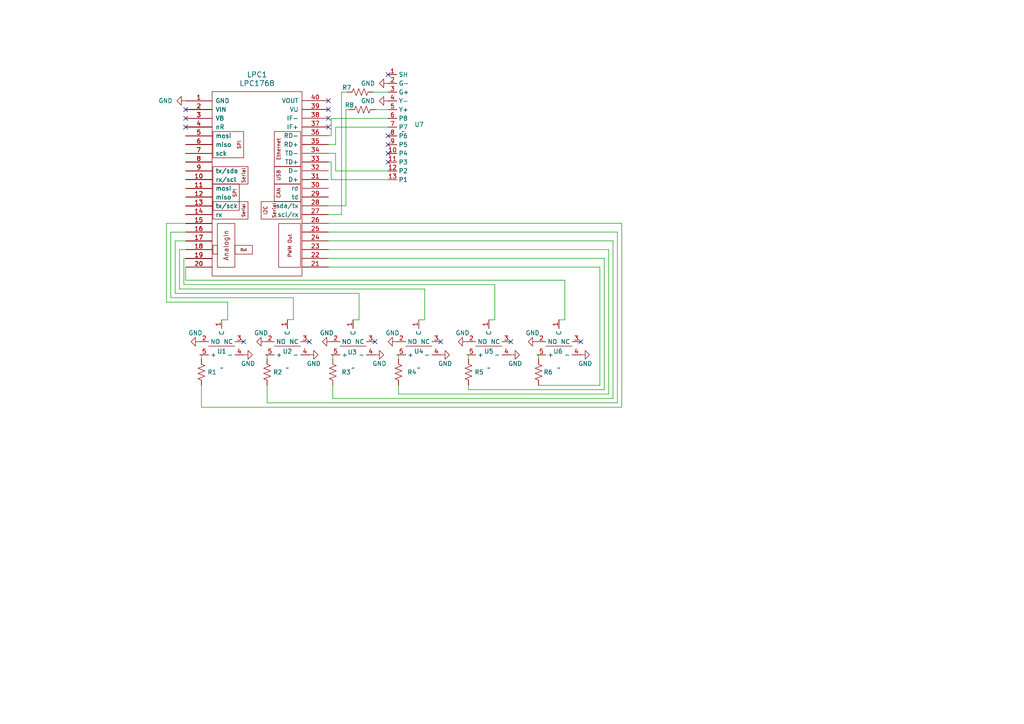
<source format=kicad_sch>
(kicad_sch (version 20231120) (generator "eeschema") (generator_version "8.0")
  (paper "A4")
  (title_block (title "4180 Final Project") (date "2024-04-07") (rev "1.0") (company "Georgia Institute of Technology") (comment 1 "William Vaught") (comment 2 "Keenan Matelski"))
  (lib_symbols
    (symbol "Device:R_US" (pin_numbers hide) (pin_names (offset 0))
      (property "Reference" "R" (at 2.54 0 90))
      (property "Value" "R_US" (at -2.54 0 90))
      (symbol "R_US_0_1"
        (polyline (pts (xy 0 -2.286) (xy 0 -2.54)))
        (polyline (pts (xy 0 2.286) (xy 0 2.54)))
        (polyline (pts (xy 0 -0.762) (xy 1.016 -1.143) (xy 0 -1.524) (xy -1.016 -1.905) (xy 0 -2.286)))
        (polyline (pts (xy 0 0.762) (xy 1.016 0.381) (xy 0 0) (xy -1.016 -0.381) (xy 0 -0.762)))
        (polyline (pts (xy 0 2.286) (xy 1.016 1.905) (xy 0 1.524) (xy -1.016 1.143) (xy 0 0.762)))
      )
      (symbol "R_US_1_1"
        (pin passive line (at 0 3.81 270) (length 1.27) (name "~") (number "1"))
        (pin passive line (at 0 -3.81 90) (length 1.27) (name "~") (number "2"))
      )
    )
    (symbol "Symbols:Ethernet"
      (property "Reference" "U" (at 0 0 0))
      (symbol "Ethernet_1_1"
        (pin input line (at -15.24 -7.62 90) (length 2.54) (name "SH") (number "1"))
        (pin input line (at 7.62 -7.62 90) (length 2.54) (name "P4") (number "10"))
        (pin input line (at 10.16 -7.62 90) (length 2.54) (name "P3") (number "11"))
        (pin input line (at 12.7 -7.62 90) (length 2.54) (name "P2") (number "12"))
        (pin input line (at 15.24 -7.62 90) (length 2.54) (name "P1") (number "13"))
        (pin input line (at -12.7 -7.62 90) (length 2.54) (name "G-") (number "2"))
        (pin input line (at -10.16 -7.62 90) (length 2.54) (name "G+") (number "3"))
        (pin input line (at -7.62 -7.62 90) (length 2.54) (name "Y-") (number "4"))
        (pin input line (at -5.08 -7.62 90) (length 2.54) (name "Y+") (number "5"))
        (pin input line (at -2.54 -7.62 90) (length 2.54) (name "P8") (number "6"))
        (pin input line (at 0 -7.62 90) (length 2.54) (name "P7") (number "7"))
        (pin input line (at 2.54 -7.62 90) (length 2.54) (name "P6") (number "8"))
        (pin input line (at 5.08 -7.62 90) (length 2.54) (name "P5") (number "9"))
      )
    )
    (symbol "Symbols:LED_Switch"
      (property "Reference" "U" (at 3.81 -3.81 0))
      (symbol "LED_Switch_0_1"
        (polyline (pts (xy 2.54 0) (xy 2.54 -7.62)))
      )
      (symbol "LED_Switch_1_1"
        (pin input line (at -5.08 -3.81 0) (length 2.54) (name "C") (number "1"))
        (pin output line (at 1.27 -10.16 90) (length 2.54) (name "NO") (number "2"))
        (pin output line (at 1.27 2.54 270) (length 2.54) (name "NC") (number "3"))
        (pin output line (at 5.08 2.54 270) (length 2.54) (name "-") (number "4"))
        (pin input line (at 5.08 -10.16 90) (length 2.54) (name "+") (number "5"))
      )
    )
    (symbol "mbed:LPC1768" (pin_names (offset 1.016))
      (property "Reference" "LPC1768" (at 0.4572 -28.9052 0))
      (property "Value" "LPC1768" (at -0.3048 83.0072 0))
      (symbol "LPC1768_0_0"
        (rectangle (start -12.7 -5.08) (end -2.54 -10.16))
        (rectangle (start -12.7 0) (end -5.08 -7.62))
        (rectangle (start -12.7 5.08) (end -2.54 0))
        (rectangle (start -12.7 15.24) (end -3.81 7.62))
        (rectangle (start -11.43 -17.78) (end -12.7 -20.32))
        (rectangle (start -11.43 -11.43) (end -6.35 -24.13))
        (rectangle (start -6.35 -17.78) (end -1.27 -20.32))
        (rectangle (start 12.7 -11.43) (end 6.35 -24.13))
        (rectangle (start 12.7 -5.08) (end 1.27 -10.16))
        (rectangle (start 12.7 0) (end 5.08 -5.08))
        (text "AnalogIn" (at -8.89 -17.78 900) (effects (font (size 1.3716 1.3716))))
        (text "CAN" (at 6.35 -2.54 900) (effects (font (size 1.016 1.016))))
        (text "Ethernet" (at 6.35 10.16 900) (effects (font (size 1.016 1.016))))
        (text "I2C" (at 2.54 -7.62 900) (effects (font (size 1.016 1.016))))
        (text "Out" (at -3.81 -19.05 0) (effects (font (size 0.7112 0.7112))))
        (text "PWM Out" (at 9.6012 -17.8816 900) (effects (font (size 1.016 1.016))))
        (text "Serial" (at -3.81 -7.62 900) (effects (font (size 0.889 0.889))))
        (text "Serial" (at -3.81 2.54 900) (effects (font (size 1.016 1.016))))
        (text "Serial" (at 5.08 -7.62 900) (effects (font (size 1.016 1.016))))
        (text "SPI" (at -6.35 -2.54 900) (effects (font (size 1.016 1.016))))
        (text "SPI" (at -5.08 11.43 900) (effects (font (size 1.016 1.016))))
        (text "USB" (at 6.35 2.54 900) (effects (font (size 1.016 1.016))))
      )
      (symbol "LPC1768_0_1"
        (rectangle (start -12.954 26.8224) (end 13.1064 -26.67))
        (rectangle (start 12.7 5.08) (end 5.08 0))
        (rectangle (start 12.7 15.24) (end 5.08 5.08))
      )
      (symbol "LPC1768_1_1"
        (pin power_out line (at -20.6248 24.1554 0) (length 7.62) (name "GND") (number "1"))
        (pin power_out line (at -20.6248 24.1554 0) (length 7.62) (name "GND") (number "1"))
        (pin input line (at -20.6248 1.2954 0) (length 7.62) (name "rx/scl") (number "10"))
        (pin input line (at -20.6248 1.2954 0) (length 7.62) (name "rx/scl") (number "10"))
        (pin output line (at -20.6248 -1.2446 0) (length 7.62) (name "mosi") (number "11"))
        (pin output line (at -20.6248 -1.2446 0) (length 7.62) (name "mosi") (number "11"))
        (pin input line (at -20.6248 -3.7846 0) (length 7.62) (name "miso") (number "12"))
        (pin input line (at -20.6248 -3.7846 0) (length 7.62) (name "miso") (number "12"))
        (pin output line (at -20.6248 -6.3246 0) (length 7.62) (name "tx/sck") (number "13"))
        (pin output line (at -20.6248 -6.3246 0) (length 7.62) (name "tx/sck") (number "13"))
        (pin input line (at -20.6248 -8.8646 0) (length 7.62) (name "rx") (number "14"))
        (pin input line (at -20.6248 -8.8646 0) (length 7.62) (name "rx") (number "14"))
        (pin input line (at -20.6248 -11.4046 0) (length 7.62) (name "~") (number "15"))
        (pin input line (at -20.6248 -11.4046 0) (length 7.62) (name "~") (number "15"))
        (pin input line (at -20.6248 -13.9446 0) (length 7.62) (name "~") (number "16"))
        (pin input line (at -20.6248 -13.9446 0) (length 7.62) (name "~") (number "16"))
        (pin input line (at -20.6248 -16.4846 0) (length 7.62) (name "~") (number "17"))
        (pin input line (at -20.6248 -16.4846 0) (length 7.62) (name "~") (number "17"))
        (pin input line (at -20.6248 -19.0246 0) (length 7.62) (name "~") (number "18"))
        (pin input line (at -20.6248 -19.0246 0) (length 7.62) (name "~") (number "18"))
        (pin input line (at -20.6248 -21.5646 0) (length 7.62) (name "~") (number "19"))
        (pin input line (at -20.6248 -21.5646 0) (length 7.62) (name "~") (number "19"))
        (pin power_in line (at -20.6248 21.6154 0) (length 7.62) (name "VIN") (number "2"))
        (pin power_in line (at -20.6248 21.6154 0) (length 7.62) (name "VIN") (number "2"))
        (pin input line (at -20.6248 -24.1046 0) (length 7.62) (name "~") (number "20"))
        (pin input line (at -20.6248 -24.1046 0) (length 7.62) (name "~") (number "20"))
        (pin output line (at 20.7772 -24.0792 180) (length 7.62) (name "~") (number "21"))
        (pin output line (at 20.7772 -21.5392 180) (length 7.62) (name "~") (number "22"))
        (pin output line (at 20.7772 -18.9992 180) (length 7.62) (name "~") (number "23"))
        (pin output line (at 20.7772 -16.4592 180) (length 7.62) (name "~") (number "24"))
        (pin output line (at 20.7772 -13.9192 180) (length 7.62) (name "~") (number "25"))
        (pin output line (at 20.7772 -11.3792 180) (length 7.62) (name "~") (number "26"))
        (pin input line (at 20.7772 -8.8392 180) (length 7.62) (name "scl/rx") (number "27"))
        (pin output line (at 20.7772 -6.2992 180) (length 7.62) (name "sda/tx") (number "28"))
        (pin output line (at 20.7772 -3.7592 180) (length 7.62) (name "td") (number "29"))
        (pin power_out line (at -20.6248 19.0754 0) (length 7.62) (name "VB") (number "3"))
        (pin power_out line (at -20.6248 19.0754 0) (length 7.62) (name "VB") (number "3"))
        (pin input line (at 20.7772 -1.2192 180) (length 7.62) (name "rd") (number "30"))
        (pin bidirectional line (at 20.7772 1.3208 180) (length 7.62) (name "D+") (number "31"))
        (pin bidirectional line (at 20.7772 3.8608 180) (length 7.62) (name "D-") (number "32"))
        (pin power_out line (at 20.7772 6.4008 180) (length 7.62) (name "TD+") (number "33"))
        (pin bidirectional line (at 20.7772 8.9408 180) (length 7.62) (name "TD-") (number "34"))
        (pin bidirectional line (at 20.7772 11.4808 180) (length 7.62) (name "RD+") (number "35"))
        (pin output line (at 20.7772 14.0208 180) (length 7.62) (name "RD-") (number "36"))
        (pin power_out line (at 20.7772 16.5608 180) (length 7.62) (name "IF+") (number "37"))
        (pin power_out line (at 20.7772 19.1008 180) (length 7.62) (name "IF-") (number "38"))
        (pin power_out line (at 20.7772 21.6408 180) (length 7.62) (name "VU") (number "39"))
        (pin input line (at -20.6248 16.5354 0) (length 7.62) (name "nR") (number "4"))
        (pin input line (at -20.6248 16.5354 0) (length 7.62) (name "nR") (number "4"))
        (pin power_out line (at 20.7772 24.1808 180) (length 7.62) (name "VOUT") (number "40"))
        (pin bidirectional line (at -20.6248 13.9954 0) (length 7.62) (name "mosi") (number "5"))
        (pin bidirectional line (at -20.6248 13.9954 0) (length 7.62) (name "mosi") (number "5"))
        (pin bidirectional line (at -20.6248 11.4554 0) (length 7.62) (name "miso") (number "6"))
        (pin bidirectional line (at -20.6248 11.4554 0) (length 7.62) (name "miso") (number "6"))
        (pin bidirectional line (at -20.6248 8.9154 0) (length 7.62) (name "sck") (number "7"))
        (pin bidirectional line (at -20.6248 8.9154 0) (length 7.62) (name "sck") (number "7"))
        (pin bidirectional line (at -20.6248 6.3754 0) (length 7.62) (name "~") (number "8"))
        (pin bidirectional line (at -20.6248 6.3754 0) (length 7.62) (name "~") (number "8"))
        (pin output line (at -20.6248 3.8354 0) (length 7.62) (name "tx/sda") (number "9"))
        (pin output line (at -20.6248 3.8354 0) (length 7.62) (name "tx/sda") (number "9"))
      )
    )
    (symbol "power:GND" (power) (pin_numbers hide) (pin_names (offset 0) hide)
      (property "Value" "GND" (at 0 -3.81 0))
      (symbol "GND_0_1"
        (polyline (pts (xy 0 0) (xy 0 -1.27) (xy 1.27 -1.27) (xy 0 -2.54) (xy -1.27 -1.27) (xy 0 -1.27)))
      )
      (symbol "GND_1_1"
        (pin power_in line (at 0 0 270) (length 0) (name "~") (number "1"))
      )
    )
  )
  (no_connect (at 53.848 36.8554))
  (no_connect (at 95.25 29.21))
  (no_connect (at 127.8128 99.1108))
  (no_connect (at 70.6628 99.1108))
  (no_connect (at 112.5728 47.0408))
  (no_connect (at 53.848 31.7754))
  (no_connect (at 112.5728 44.5008))
  (no_connect (at 108.7628 99.1108))
  (no_connect (at 112.5728 41.9608))
  (no_connect (at 168.4528 99.1108))
  (no_connect (at 112.5728 39.4208))
  (no_connect (at 112.5728 21.6408))
  (no_connect (at 95.25 31.75))
  (no_connect (at 89.7128 99.1108))
  (no_connect (at 95.25 34.29))
  (no_connect (at 53.848 34.3154))
  (no_connect (at 95.25 36.83))
  (no_connect (at 148.1328 99.1108))
  (wire (pts (xy 156.21 111.76) (xy 173.99 111.76)))
  (wire (pts (xy 135.89 113.03) (xy 175.26 113.03)))
  (wire (pts (xy 115.57 102.9208) (xy 115.1128 102.9208)))
  (wire (pts (xy 143.51 92.7608) (xy 143.51 82.55)))
  (wire (pts (xy 104.14 92.7608) (xy 104.14 85.09)))
  (wire (pts (xy 95.25 62.23) (xy 99.06 62.23)))
  (wire (pts (xy 176.53 72.39) (xy 95.25 72.39)))
  (wire (pts (xy 177.8 69.85) (xy 95.25 69.85)))
  (wire (pts (xy 180.34 118.11) (xy 180.34 64.77)))
  (wire (pts (xy 101.281 31.8008) (xy 100.33 31.8008)))
  (wire (pts (xy 52.07 83.82) (xy 52.07 72.4154)))
  (wire (pts (xy 52.07 72.4154) (xy 53.848 72.4154)))
  (wire (pts (xy 121.4628 92.7608) (xy 123.19 92.7608)))
  (wire (pts (xy 112.5728 31.8008) (xy 108.901 31.8008)))
  (wire (pts (xy 143.51 82.55) (xy 53.34 82.55)))
  (wire (pts (xy 175.26 74.93) (xy 95.25 74.93)))
  (wire (pts (xy 176.53 114.3) (xy 176.53 72.39)))
  (wire (pts (xy 49.53 86.36) (xy 49.53 67.3354)))
  (wire (pts (xy 96.0628 52.1208) (xy 96.0628 46.99)))
  (wire (pts (xy 97.3328 49.5808) (xy 97.3328 44.45)))
  (wire (pts (xy 53.34 74.9554) (xy 53.848 74.9554)))
  (wire (pts (xy 175.26 113.03) (xy 175.26 74.93)))
  (wire (pts (xy 100.33 31.8008) (xy 100.33 59.69)))
  (wire (pts (xy 95.25 59.69) (xy 100.33 59.69)))
  (wire (pts (xy 96.52 115.57) (xy 177.8 115.57)))
  (wire (pts (xy 123.19 83.82) (xy 52.07 83.82)))
  (wire (pts (xy 66.04 92.7608) (xy 66.04 87.63)))
  (wire (pts (xy 85.09 86.36) (xy 49.53 86.36)))
  (wire (pts (xy 156.21 102.9208) (xy 155.7528 102.9208)))
  (wire (pts (xy 162.1028 92.7608) (xy 163.83 92.7608)))
  (wire (pts (xy 102.4128 92.7608) (xy 104.14 92.7608)))
  (wire (pts (xy 135.89 104.14) (xy 135.89 102.9208)))
  (wire (pts (xy 163.83 81.28) (xy 53.848 81.28)))
  (wire (pts (xy 58.42 111.76) (xy 58.42 118.11)))
  (wire (pts (xy 123.19 92.7608) (xy 123.19 83.82)))
  (wire (pts (xy 96.52 104.14) (xy 96.52 102.9208)))
  (wire (pts (xy 77.47 102.9208) (xy 77.0128 102.9208)))
  (wire (pts (xy 100.6288 26.7208) (xy 99.06 26.7208)))
  (wire (pts (xy 96.52 102.9208) (xy 96.0628 102.9208)))
  (wire (pts (xy 104.14 85.09) (xy 50.8 85.09)))
  (wire (pts (xy 58.42 102.9208) (xy 57.9628 102.9208)))
  (wire (pts (xy 135.89 111.76) (xy 135.89 113.03)))
  (wire (pts (xy 97.3328 41.91) (xy 95.25 41.91)))
  (wire (pts (xy 112.5728 36.8808) (xy 97.3328 36.8808)))
  (wire (pts (xy 112.5728 52.1208) (xy 96.0628 52.1208)))
  (wire (pts (xy 156.21 104.14) (xy 156.21 102.9208)))
  (wire (pts (xy 96.52 111.76) (xy 96.52 115.57)))
  (wire (pts (xy 53.34 82.55) (xy 53.34 74.9554)))
  (wire (pts (xy 77.47 116.84) (xy 179.07 116.84)))
  (wire (pts (xy 141.7828 92.7608) (xy 143.51 92.7608)))
  (wire (pts (xy 85.09 92.71) (xy 85.09 86.36)))
  (wire (pts (xy 135.89 102.9208) (xy 135.4328 102.9208)))
  (wire (pts (xy 97.3328 44.45) (xy 95.25 44.45)))
  (wire (pts (xy 64.3128 92.7608) (xy 66.04 92.7608)))
  (wire (pts (xy 180.34 64.77) (xy 95.25 64.77)))
  (wire (pts (xy 173.99 77.47) (xy 95.25 77.47)))
  (wire (pts (xy 112.5728 34.3408) (xy 96.0628 34.3408)))
  (wire (pts (xy 58.42 104.14) (xy 58.42 102.9208)))
  (wire (pts (xy 83.3628 92.71) (xy 83.3628 92.7608)))
  (wire (pts (xy 48.26 87.63) (xy 48.26 64.7954)))
  (wire (pts (xy 97.3328 36.8808) (xy 97.3328 41.91)))
  (wire (pts (xy 96.0628 34.3408) (xy 96.0628 39.37)))
  (wire (pts (xy 112.5728 26.7208) (xy 108.2488 26.7208)))
  (wire (pts (xy 58.42 118.11) (xy 180.34 118.11)))
  (wire (pts (xy 173.99 111.76) (xy 173.99 77.47)))
  (wire (pts (xy 112.5728 49.5808) (xy 97.3328 49.5808)))
  (wire (pts (xy 179.07 67.31) (xy 95.25 67.31)))
  (wire (pts (xy 49.53 67.3354) (xy 53.848 67.3354)))
  (wire (pts (xy 163.83 92.7608) (xy 163.83 81.28)))
  (wire (pts (xy 53.848 81.28) (xy 53.848 77.4954)))
  (wire (pts (xy 77.47 104.14) (xy 77.47 102.9208)))
  (wire (pts (xy 48.26 64.7954) (xy 53.848 64.7954)))
  (wire (pts (xy 83.3628 92.71) (xy 85.09 92.71)))
  (wire (pts (xy 50.8 85.09) (xy 50.8 69.8754)))
  (wire (pts (xy 115.57 104.14) (xy 115.57 102.9208)))
  (wire (pts (xy 179.07 116.84) (xy 179.07 67.31)))
  (wire (pts (xy 77.47 111.76) (xy 77.47 116.84)))
  (wire (pts (xy 96.0628 46.99) (xy 95.25 46.99)))
  (wire (pts (xy 50.8 69.8754) (xy 53.848 69.8754)))
  (wire (pts (xy 177.8 115.57) (xy 177.8 69.85)))
  (wire (pts (xy 115.57 114.3) (xy 176.53 114.3)))
  (wire (pts (xy 115.57 111.76) (xy 115.57 114.3)))
  (wire (pts (xy 96.0628 39.37) (xy 95.25 39.37)))
  (wire (pts (xy 99.06 26.7208) (xy 99.06 62.23)))
  (wire (pts (xy 66.04 87.63) (xy 48.26 87.63)))
  (symbol (lib_id "power:GND") (at 96.0628 99.1108 270) (unit 1)
    (property "Reference" "#PWR012" (effects (hide yes)))
    (property "Value" "GND" (at 96.8248 96.5708 90) (effects (justify right)))
    (property "Description" "Power symbol creates a global label with name \"GND\" , ground" (effects (hide yes)))
  )
  (symbol (lib_id "Device:R_US") (at 104.4388 26.7208 90) (unit 1)
    (property "Reference" "R7" (at 100.584 25.4 90))
    (property "Value" "R_US" (effects (hide yes)))
    (property "Footprint" "Resistor_SMD:R_0805_2012Metric_Pad1.20x1.40mm_HandSolder" (effects (hide yes)))
    (property "Description" "Resistor, US symbol" (effects (hide yes)))
  )
  (symbol (lib_id "power:GND") (at 112.5728 29.2608 270) (unit 1)
    (property "Reference" "#PWR03" (effects (hide yes)))
    (property "Value" "GND" (at 108.7628 29.2607 90) (effects (justify right)))
    (property "Description" "Power symbol creates a global label with name \"GND\" , ground" (effects (hide yes)))
  )
  (symbol (lib_id "Symbols:Ethernet") (at 120.1928 36.8808 270) (unit 1)
    (property "Reference" "U7" (at 120.1928 36.1188 90) (effects (justify left)))
    (property "Value" "~" (at 116.3828 38.1508 90) (effects (justify left)))
    (property "Footprint" "Connector_PinHeader_2.54mm:PinHeader_1x13_P2.54mm_Vertical" (effects (hide yes)))
  )
  (symbol (lib_id "Device:R_US") (at 115.57 107.95 180) (unit 1)
    (property "Reference" "R4" (at 118.11 107.9499 0) (effects (justify right)))
    (property "Value" "300" (effects (hide yes)))
    (property "Footprint" "Resistor_SMD:R_0805_2012Metric_Pad1.20x1.40mm_HandSolder" (effects (hide yes)))
    (property "Description" "Resistor, US symbol" (effects (hide yes)))
  )
  (symbol (lib_id "power:GND") (at 77.0128 99.1108 270) (unit 1)
    (property "Reference" "#PWR011" (effects (hide yes)))
    (property "Value" "GND" (at 77.7748 96.5708 90) (effects (justify right)))
    (property "Description" "Power symbol creates a global label with name \"GND\" , ground" (effects (hide yes)))
  )
  (symbol (lib_id "Symbols:LED_Switch") (at 68.1228 97.8408 270) (unit 1)
    (property "Reference" "U1" (at 64.3128 101.9048 90))
    (property "Value" "~" (at 64.3128 106.7308 90))
    (property "Footprint" "4180 Library:LED Switch" (effects (hide yes)))
  )
  (symbol (lib_id "power:GND") (at 53.848 29.2354 270) (unit 1)
    (property "Reference" "#PWR01" (effects (hide yes)))
    (property "Value" "GND" (at 50.038 29.2353 90) (effects (justify right)))
    (property "Description" "Power symbol creates a global label with name \"GND\" , ground" (effects (hide yes)))
  )
  (symbol (lib_id "power:GND") (at 115.1128 99.1108 270) (unit 1)
    (property "Reference" "#PWR013" (effects (hide yes)))
    (property "Value" "GND" (at 115.8748 96.5708 90) (effects (justify right)))
    (property "Description" "Power symbol creates a global label with name \"GND\" , ground" (effects (hide yes)))
  )
  (symbol (lib_id "Device:R_US") (at 96.52 107.95 0) (unit 1)
    (property "Reference" "R3" (at 99.06 107.9499 0) (effects (justify left)))
    (property "Value" "300" (effects (hide yes)))
    (property "Footprint" "Resistor_SMD:R_0805_2012Metric_Pad1.20x1.40mm_HandSolder" (effects (hide yes)))
    (property "Description" "Resistor, US symbol" (effects (hide yes)))
  )
  (symbol (lib_id "power:GND") (at 155.7528 99.1108 270) (unit 1)
    (property "Reference" "#PWR015" (effects (hide yes)))
    (property "Value" "GND" (at 156.5148 96.5708 90) (effects (justify right)))
    (property "Description" "Power symbol creates a global label with name \"GND\" , ground" (effects (hide yes)))
  )
  (symbol (lib_id "Device:R_US") (at 135.89 107.95 180) (unit 1)
    (property "Reference" "R5" (at 137.6172 107.9499 0) (effects (justify right)))
    (property "Value" "300" (effects (hide yes)))
    (property "Footprint" "Resistor_SMD:R_0805_2012Metric_Pad1.20x1.40mm_HandSolder" (effects (hide yes)))
    (property "Description" "Resistor, US symbol" (effects (hide yes)))
  )
  (symbol (lib_id "Device:R_US") (at 58.42 107.95 180) (unit 1)
    (property "Reference" "R1" (at 60.1472 107.9499 0) (effects (justify right)))
    (property "Value" "300" (effects (hide yes)))
    (property "Footprint" "Resistor_SMD:R_0805_2012Metric_Pad1.20x1.40mm_HandSolder" (effects (hide yes)))
    (property "Description" "Resistor, US symbol" (effects (hide yes)))
  )
  (symbol (lib_id "power:GND") (at 108.7628 102.9208 90) (unit 1)
    (property "Reference" "#PWR06" (effects (hide yes)))
    (property "Value" "GND" (at 108.0008 105.4608 90) (effects (justify right)))
    (property "Description" "Power symbol creates a global label with name \"GND\" , ground" (effects (hide yes)))
  )
  (symbol (lib_id "Symbols:LED_Switch") (at 125.2728 97.8408 270) (unit 1)
    (property "Reference" "U4" (at 121.4628 101.9048 90))
    (property "Value" "~" (at 121.4628 106.7308 90))
    (property "Footprint" "4180 Library:LED Switch" (effects (hide yes)))
  )
  (symbol (lib_id "power:GND") (at 135.4328 99.1108 270) (unit 1)
    (property "Reference" "#PWR014" (effects (hide yes)))
    (property "Value" "GND" (at 136.1948 96.5708 90) (effects (justify right)))
    (property "Description" "Power symbol creates a global label with name \"GND\" , ground" (effects (hide yes)))
  )
  (symbol (lib_id "power:GND") (at 127.8128 102.9208 90) (unit 1)
    (property "Reference" "#PWR07" (effects (hide yes)))
    (property "Value" "GND" (at 127.0508 105.4608 90) (effects (justify right)))
    (property "Description" "Power symbol creates a global label with name \"GND\" , ground" (effects (hide yes)))
  )
  (symbol (lib_id "power:GND") (at 112.5728 24.1808 270) (unit 1)
    (property "Reference" "#PWR02" (effects (hide yes)))
    (property "Value" "GND" (at 108.7628 24.1807 90) (effects (justify right)))
    (property "Description" "Power symbol creates a global label with name \"GND\" , ground" (effects (hide yes)))
  )
  (symbol (lib_id "Device:R_US") (at 77.47 107.95 180) (unit 1)
    (property "Reference" "R2" (at 79.1972 107.9499 0) (effects (justify right)))
    (property "Value" "300" (effects (hide yes)))
    (property "Footprint" "Resistor_SMD:R_0805_2012Metric_Pad1.20x1.40mm_HandSolder" (effects (hide yes)))
    (property "Description" "Resistor, US symbol" (effects (hide yes)))
  )
  (symbol (lib_id "Symbols:LED_Switch") (at 165.9128 97.8408 270) (unit 1)
    (property "Reference" "U6" (at 161.8488 101.9048 90))
    (property "Value" "~" (at 162.1028 106.7308 90))
    (property "Footprint" "4180 Library:LED Switch" (effects (hide yes)))
  )
  (symbol (lib_id "Device:R_US") (at 156.21 107.95 180) (unit 1)
    (property "Reference" "R6" (at 159.004 107.95 0))
    (property "Value" "300" (effects (hide yes)))
    (property "Footprint" "Resistor_SMD:R_0805_2012Metric_Pad1.20x1.40mm_HandSolder" (effects (hide yes)))
    (property "Description" "Resistor, US symbol" (effects (hide yes)))
  )
  (symbol (lib_id "power:GND") (at 70.6628 102.9208 90) (unit 1)
    (property "Reference" "#PWR04" (effects (hide yes)))
    (property "Value" "GND" (at 69.9008 105.4608 90) (effects (justify right)))
    (property "Description" "Power symbol creates a global label with name \"GND\" , ground" (effects (hide yes)))
  )
  (symbol (lib_id "Symbols:LED_Switch") (at 106.2228 97.8408 270) (unit 1)
    (property "Reference" "U3" (at 102.1588 102.1588 90))
    (property "Value" "~" (at 102.4128 106.7308 90))
    (property "Footprint" "4180 Library:LED Switch" (effects (hide yes)))
  )
  (symbol (lib_id "power:GND") (at 89.7128 102.9208 90) (unit 1)
    (property "Reference" "#PWR05" (effects (hide yes)))
    (property "Value" "GND" (at 88.9508 105.4608 90) (effects (justify right)))
    (property "Description" "Power symbol creates a global label with name \"GND\" , ground" (effects (hide yes)))
  )
  (symbol (lib_id "Symbols:LED_Switch") (at 87.1728 97.8408 270) (unit 1)
    (property "Reference" "U2" (at 83.3628 101.9048 90))
    (property "Value" "~" (at 83.3628 106.7308 90))
    (property "Footprint" "4180 Library:LED Switch" (effects (hide yes)))
  )
  (symbol (lib_id "Device:R_US") (at 105.091 31.8008 90) (unit 1)
    (property "Reference" "R8" (at 101.346 30.48 90))
    (property "Value" "R_US" (effects (hide yes)))
    (property "Footprint" "Resistor_SMD:R_0805_2012Metric_Pad1.20x1.40mm_HandSolder" (effects (hide yes)))
    (property "Description" "Resistor, US symbol" (effects (hide yes)))
  )
  (symbol (lib_id "Symbols:LED_Switch") (at 145.5928 97.8408 270) (unit 1)
    (property "Reference" "U5" (at 141.7828 101.9048 90))
    (property "Value" "~" (at 141.7828 106.7308 90))
    (property "Footprint" "4180 Library:LED Switch" (effects (hide yes)))
  )
  (symbol (lib_id "power:GND") (at 168.4528 102.9208 90) (unit 1)
    (property "Reference" "#PWR09" (effects (hide yes)))
    (property "Value" "GND" (at 167.6908 105.4608 90) (effects (justify right)))
    (property "Description" "Power symbol creates a global label with name \"GND\" , ground" (effects (hide yes)))
  )
  (symbol (lib_id "power:GND") (at 57.9628 99.1108 270) (unit 1)
    (property "Reference" "#PWR010" (effects (hide yes)))
    (property "Value" "GND" (at 58.7248 96.5708 90) (effects (justify right)))
    (property "Description" "Power symbol creates a global label with name \"GND\" , ground" (effects (hide yes)))
  )
  (symbol (lib_id "mbed:LPC1768") (at 74.4728 53.3908 0) (unit 1)
    (property "Reference" "LPC1" (at 74.549 21.6408 0) (effects (font (size 1.524 1.524))))
    (property "Value" "LPC1768" (at 74.549 24.1808 0) (effects (font (size 1.524 1.524))))
    (property "Footprint" "4180 Library:LPC1768" (effects (hide yes)))
  )
  (symbol (lib_id "power:GND") (at 148.1328 102.9208 90) (unit 1)
    (property "Reference" "#PWR08" (effects (hide yes)))
    (property "Value" "GND" (at 147.3708 105.4608 90) (effects (justify right)))
    (property "Description" "Power symbol creates a global label with name \"GND\" , ground" (effects (hide yes)))
  )
)
</source>
